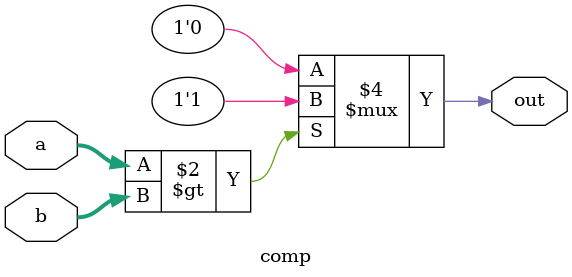
<source format=v>
module comp
	(
	input [29:0] a,b,
	output reg out
	);
	always@(*)
	begin
	if(a>b) out=1;
	else out=0;
	end
	endmodule
	
</source>
